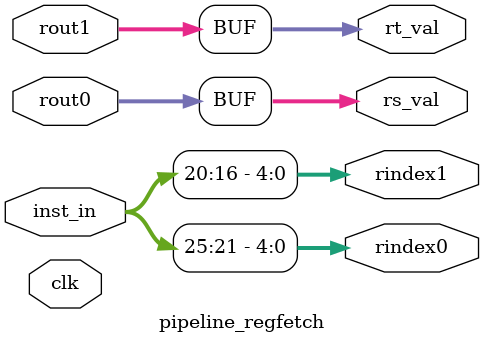
<source format=v>
module pipeline_regfetch(
    clk,

    // Instruction.
    inst_in,

    // Output values.
    rs_val,
    rt_val,

    // Regfile ports.
    rindex0, rout0,
    rindex1, rout1
);

input wire clk;
input wire [31:0] inst_in;
input wire [31:0] rout0, rout1;

output wire [31:0] rs_val, rt_val;
output wire [4:0] rindex0, rindex1;

assign rindex0 = inst_in[25:21]; // rs
assign rindex1 = inst_in[20:16]; // rt
assign rs_val = rout0;
assign rt_val = rout1;

always @ (negedge clk) $display("[%0d] Regfetch result: %0d %0d", $time, rs_val, rt_val);

endmodule
</source>
